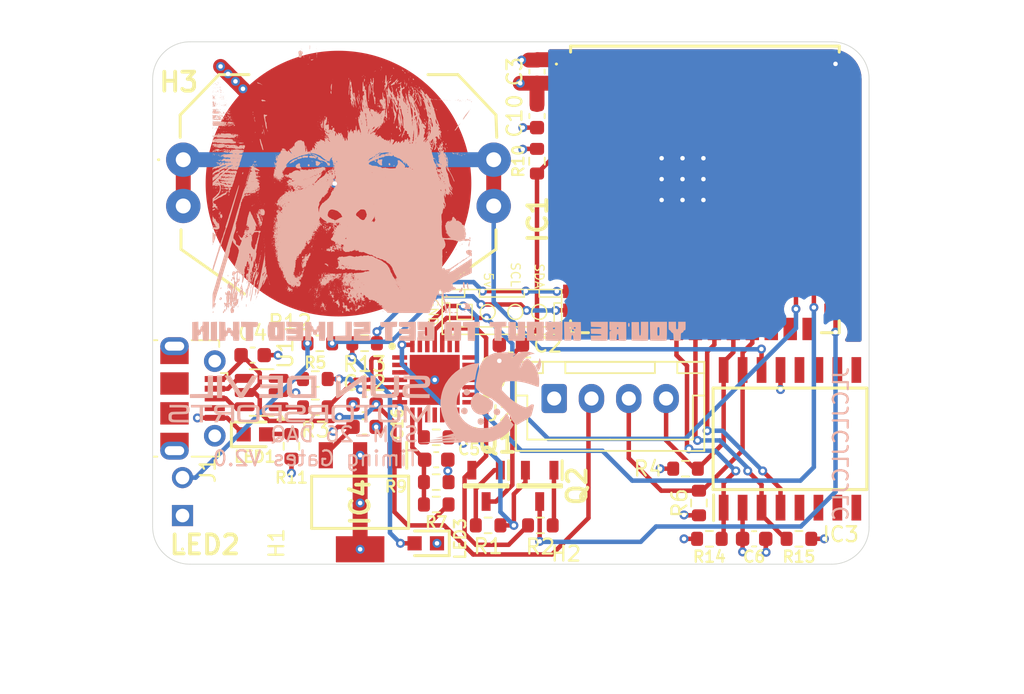
<source format=kicad_pcb>
(kicad_pcb (version 20241229) (generator "pcbnew") (generator_version "9.0")
  (layers (0 "F.Cu" signal) (4 "In1.Cu" signal) (6 "In2.Cu" signal) (2 "B.Cu" signal) (13 "F.Paste" user) (15 "B.Paste" user) (5 "F.SilkS" user "F.Silkscreen") (7 "B.SilkS" user "B.Silkscreen") (1 "F.Mask" user) (3 "B.Mask" user) (25 "Edge.Cuts" user))
  (net 0 "")
  (net 1 "VBUS")
  (net 2 "GND")
  (net 3 "+3.3V")
  (net 4 "/U0TXD")
  (net 5 "/32KHz")
  (net 6 "/U0RXD")
  (net 7 "/I2C1_SCL")
  (net 8 "/I2C1_SDA")
  (net 9 "/RST")
  (net 10 "/CHIP_PU")
  (net 11 "/INT")
  (net 12 "/PROG_D+")
  (net 13 "/PROG_D-")
  (net 14 "/RSTB")
  (net 24 "Net-(Q1-B)")
  (net 25 "/USB_D-")
  (net 26 "/USB_D+")
  (net 27 "Net-(Q2-B)")
  (net 28 "/BOOT")
  (net 29 "Net-(H3-+)")
  (net 30 "Net-(LED1-A)")
  (net 31 "Net-(LED2-A)")
  (net 32 "Net-(LED3-A)")
  (net 33 "/USER_LED1")
  (net 34 "/USER_LED2")
  (net 35 "Net-(IC2-VBUS)")
  (net 67 "Net-(IC2-RTS)")
  (net 73 "Net-(IC2-DTR)")
  (net 89 "Net-(R5-Pad2)")
  (net 90 "Net-(R3-Pad1)")
  (footprint "SDM_MiscFootprint:ESP32S3WROOM1UN8R8" (layer "F.Cu") (at 137 109.89)
    (property "Reference" "IC1")
    (property "Value" "ESP32-S3-WROOM-1U-N8R8" (hide yes))
  )
  (footprint "SDM_MiscFootprint:SSFLXH100LID01" (layer "F.Cu") (at 102 131.74 -90)
    (property "Reference" "LED2")
    (property "Value" "RED")
  )
  (footprint "Resistor_SMD:R_0603_1608Metric" (layer "F.Cu") (at 137.3 133.3 180)
    (property "Reference" "R14")
    (property "Value" "10k")
  )
  (footprint "SDM_MiscFootprint:LEDC1608X80N" (layer "F.Cu") (at 118.3 133.6 180)
    (property "Reference" "LED3")
    (property "Value" "150060GS75000" (hide yes))
  )
  (footprint "Resistor_SMD:R_0603_1608Metric" (layer "F.Cu") (at 125.75 108 -90)
    (property "Reference" "R10")
    (property "Value" "10k")
  )
  (footprint "Resistor_SMD:R_0603_1608Metric" (layer "F.Cu") (at 111.2 120.2 180)
    (property "Reference" "R12")
    (property "Value" "220")
  )
  (footprint "Capacitor_SMD:C_0603_1608Metric" (layer "F.Cu") (at 106.7 120.993839 180)
    (property "Reference" "C4")
    (property "Value" "1uF")
  )
  (footprint "Capacitor_SMD:C_0603_1608Metric" (layer "F.Cu") (at 114.2 125.8 180)
    (property "Reference" "C16")
    (property "Value" "10uF")
  )
  (footprint "Package_TO_SOT_SMD:SOT-23-6" (layer "F.Cu") (at 107.3 123.5 180)
    (property "Reference" "U1")
    (property "Value" "USBLC6-2SC6")
  )
  (footprint "Resistor_SMD:R_0603_1608Metric" (layer "F.Cu") (at 135.7 128.6 180)
    (property "Reference" "R4")
    (property "Value" "2.2k")
  )
  (footprint "Capacitor_SMD:C_0603_1608Metric" (layer "F.Cu") (at 119 128)
    (property "Reference" "C5")
    (property "Value" "1uF")
  )
  (footprint "Capacitor_SMD:C_0603_1608Metric" (layer "F.Cu") (at 125.75 104.975 -90)
    (property "Reference" "C10")
    (property "Value" "10uF")
  )
  (footprint "Resistor_SMD:R_0603_1608Metric" (layer "F.Cu") (at 119 131)
    (property "Reference" "R7")
    (property "Value" "22.1K")
  )
  (footprint "Connector_USB:USB_Micro-B_Molex-105017-0001" (layer "F.Cu") (at 102.7 123.893839 -90)
    (property "Reference" "J1")
    (property "Value" "ESP_USB")
  )
  (footprint "Resistor_SMD:R_0603_1608Metric" (layer "F.Cu") (at 110.9 124.493839)
    (property "Reference" "R3")
    (property "Value" "27")
  )
  (footprint "SDM_MiscFootprint:SOT230P700X180-4N" (layer "F.Cu") (at 113.9 130.85 -90)
    (property "Reference" "IC4")
    (property "Value" "MIC37100-3.3WS" (hide yes))
  )
  (footprint "Resistor_SMD:R_0603_1608Metric" (layer "F.Cu") (at 122.475 132.4)
    (property "Reference" "R1")
    (property "Value" "10k")
  )
  (footprint "Resistor_SMD:R_0603_1608Metric" (layer "F.Cu") (at 143.3 133.3 180)
    (property "Reference" "R15")
    (property "Value" "10k")
  )
  (footprint "SDM_MiscFootprint:SOT96P237X111-3N" (layer "F.Cu") (at 122.34 129.75 -90)
    (property "Reference" "Q1")
    (property "Value" "MMBT2222LT1G" (hide yes))
  )
  (footprint "Capacitor_SMD:C_0603_1608Metric" (layer "F.Cu") (at 114.2 124.3)
    (property "Reference" "C12")
    (property "Value" "10uF")
  )
  (footprint "Capacitor_SMD:C_0603_1608Metric" (layer "F.Cu") (at 125.75 102 90)
    (property "Reference" "C3")
    (property "Value" "100nF")
  )
  (footprint "Resistor_SMD:R_0603_1608Metric" (layer "F.Cu") (at 136.6 130.9 90)
    (property "Reference" "R6")
    (property "Value" "2.2k")
  )
  (footprint "MountingHole:MountingHole_3.2mm_M3" (layer "F.Cu") (at 106.4 131.5)
    (property "Reference" "H1")
    (property "Value" "M3")
  )
  (footprint "Resistor_SMD:R_0603_1608Metric" (layer "F.Cu") (at 119 129.5)
    (property "Reference" "R9")
    (property "Value" "47.5K")
  )
  (footprint "SDM_MiscFootprint:LEDC1608X80N" (layer "F.Cu") (at 106.85 126.3)
    (property "Reference" "LED1")
    (property "Value" "150060RS75000" (hide yes))
  )
  (footprint "Resistor_SMD:R_0603_1608Metric" (layer "F.Cu") (at 125.975 132.4 180)
    (property "Reference" "R2")
    (property "Value" "10k")
  )
  (footprint "Resistor_SMD:R_0603_1608Metric" (layer "F.Cu") (at 110.9 122.593839 180)
    (property "Reference" "R5")
    (property "Value" "27")
  )
  (footprint "SDM_MiscFootprint:SOIC127P1032X265-16L" (layer "F.Cu") (at 142.7 126.6 90)
    (property "Reference" "IC3")
    (property "Value" "DS3231SN#" (hide yes))
  )
  (footprint "Resistor_SMD:R_0603_1608Metric" (layer "F.Cu") (at 119 126.5)
    (property "Reference" "R8")
    (property "Value" "1k")
  )
  (footprint "Resistor_SMD:R_0603_1608Metric" (layer "F.Cu") (at 114.2 120.2 180)
    (property "Reference" "R13")
    (property "Value" "5.05")
  )
  (footprint "Connector_JST:JST_XH_B4B-XH-A_1x04_P2.50mm_Vertical" (layer "F.Cu") (at 126.9 123.9)
    (property "Reference" "J2")
    (property "Value" "Conn_01x04_Socket")
  )
  (footprint "Capacitor_SMD:C_0603_1608Metric" (layer "F.Cu") (at 140.3 133.3 180)
    (property "Reference" "C6")
    (property "Value" "1uF")
  )
  (footprint "SDM_MiscFootprint:SOT96P237X111-3N" (layer "F.Cu") (at 125.93 129.75 -90)
    (property "Reference" "Q2")
    (property "Value" "MMBT2222LT1G" (hide yes))
  )
  (footprint "Capacitor_SMD:C_0603_1608Metric" (layer "F.Cu") (at 124 120.3 180)
    (property "Reference" "C2")
    (property "Value" "1uF")
  )
  (footprint "SDM_MiscFootprint:QFN50P500X500X80-29N-D" (layer "F.Cu") (at 118.9 122.65)
    (property "Reference" "IC2")
    (property "Value" "CP2102N-A02-GQFN28" (hide yes))
  )
  (footprint "Resistor_SMD:R_0603_1608Metric" (layer "F.Cu") (at 109.3 127.1 90)
    (property "Reference" "R11")
    (property "Value" "68")
  )
  (footprint "SDM_MiscFootprint:BATHLD001THM" (layer "F.Cu") (at 102.05 107.9)
    (property "Reference" "H3")
    (property "Value" "BAT-HLD-001-THM" (hide yes))
  )
  (footprint "MountingHole:MountingHole_3.2mm_M3" (layer "F.Cu") (at 131.2 131.5)
    (property "Reference" "H2")
    (property "Value" "M3")
  )
  (footprint "LOGO" (layer "B.Cu") (at 119.2 119.4 180)
    (property "Reference" "G***" (hide yes))
    (property "Value" "LOGO" (hide yes))
  )
  (footprint "LOGO" (layer "B.Cu") (at 112.7 109.2 180)
    (property "Reference" "G***" (hide yes))
    (property "Value" "LOGO" (hide yes))
  )
  (footprint "LOGO" (layer "B.Cu") (at 113.5 123.8 180)
    (property "Reference" "G***" (hide yes))
    (property "Value" "LOGO" (hide yes))
  )
  (gr_circle (center 122.45 118.1) (end 122.45 118.6) (stroke (width 0.1)) (fill no) (layer "F.SilkS"))
  (gr_line (start 127.4 117.1) (end 125.9 117.1) (stroke (width 0.1)) (layer "F.SilkS"))
  (gr_line (start 119.9 119.1) (end 119.9 117.5) (stroke (width 0.1)) (layer "F.SilkS"))
  (gr_circle (center 124.3 118.1) (end 124.3 118.6) (stroke (width 0.1)) (fill no) (layer "F.SilkS"))
  (gr_line (start 126.9 117.5) (end 126.9 119.1) (stroke (width 0.1)) (layer "F.SilkS"))
  (gr_line (start 121.9 117.1) (end 124.9 117.1) (stroke (width 0.1)) (layer "F.SilkS"))
  (gr_line (start 124.9 116.6) (end 124.9 117.1) (stroke (width 0.1)) (layer "F.SilkS"))
  (gr_line (start 127.4 116.6) (end 127.4 119.6) (stroke (width 0.1)) (layer "F.SilkS"))
  (gr_line (start 119.4 117.1) (end 120.9 117.1) (stroke (width 0.1)) (layer "F.SilkS"))
  (gr_rect (start 120.4 117.6) (end 121.4 118.6) (stroke (width 0.1)) (fill no) (layer "F.SilkS"))
  (gr_line (start 120.9 117.1) (end 120.9 116.6) (stroke (width 0.1)) (layer "F.SilkS"))
  (gr_circle (center 125.9 118.1) (end 125.9 118.6) (stroke (width 0.1)) (fill no) (layer "F.SilkS"))
  (gr_line (start 120.4 119.1) (end 119.9 119.1) (stroke (width 0.1)) (layer "F.SilkS"))
  (gr_line (start 127.4 119.6) (end 119.4 119.6) (stroke (width 0.1)) (layer "F.SilkS"))
  (gr_line (start 125.9 117.1) (end 125.9 116.6) (stroke (width 0.1)) (layer "F.SilkS"))
  (gr_line (start 121.9 116.6) (end 121.9 117.1) (stroke (width 0.1)) (layer "F.SilkS"))
  (gr_line (start 126.9 119.1) (end 120.4 119.1) (stroke (width 0.1)) (layer "F.SilkS"))
  (gr_line (start 119.4 119.6) (end 119.4 116.6) (stroke (width 0.1)) (layer "F.SilkS"))
  (gr_line (start 127.4 117.5) (end 126.9 117.5) (stroke (width 0.1)) (layer "F.SilkS"))
  (gr_line (start 119.9 117.5) (end 119.4 117.5) (stroke (width 0.1)) (layer "F.SilkS"))
  (gr_line (start 119.4 116.6) (end 127.4 116.6) (stroke (width 0.1)) (layer "F.SilkS"))
  (gr_line (start 145.5 135) (end 102.5 135) (stroke (width 0.05)) (layer "Edge.Cuts"))
  (gr_arc (start 148 132.5) (mid 147.267767 134.267767) (end 145.5 135) (stroke (width 0.05)) (layer "Edge.Cuts"))
  (gr_line (start 100 132.5) (end 100 102.5) (stroke (width 0.05)) (layer "Edge.Cuts"))
  (gr_line (start 148 102.5) (end 148 132.5) (stroke (width 0.05)) (layer "Edge.Cuts"))
  (gr_arc (start 100 102.5) (mid 100.732233 100.732233) (end 102.5 100) (stroke (width 0.05)) (layer "Edge.Cuts"))
  (gr_line (start 102.5 100) (end 145.5 100) (stroke (width 0.05)) (layer "Edge.Cuts"))
  (gr_arc (start 145.5 100) (mid 147.267767 100.732233) (end 148 102.5) (stroke (width 0.05)) (layer "Edge.Cuts"))
  (gr_arc (start 102.5 135) (mid 100.732233 134.267767) (end 100 132.5) (stroke (width 0.05)) (layer "Edge.Cuts"))
  (gr_text "SCL" (at 124.3 115.6 270) (layer "F.SilkS") (effects (font (size 0.6 0.6) (thickness 0.08))))
  (gr_text "GND" (at 118.8 118.1 270) (layer "F.SilkS") (effects (font (size 0.6 0.6) (thickness 0.08))))
  (gr_text "5v" (at 122.5 115.4 270) (layer "F.SilkS") (effects (font (size 0.6 0.6) (thickness 0.08)) (justify left)))
  (gr_text "SDA" (at 125.9 114.8 270) (layer "F.SilkS") (effects (font (size 0.6 0.6) (thickness 0.08)) (justify left)))
  (gr_text "SDM-26 DAQ\nTiming Gates V2.0" (at 117.9 128.5 0) (layer "B.SilkS") (effects (font (size 1 1)) (justify left bottom mirror)))
  (gr_text "JLCJLCJLCJLC" (at 146.7 121.7 90) (layer "B.SilkS") (effects (font (size 1 1)) (justify left bottom mirror)))
  (segment (start 106.824999 123.5) (end 107.176 123.851001) (width 0.3) (layer "F.Cu") (net 1))
  (segment (start 107.176 122.911678) (end 107.176 122.188322) (width 0.3) (layer "F.Cu") (net 1))
  (segment (start 105.925 121.412322) (end 104.743483 122.593839) (width 0.3) (layer "F.Cu") (net 1))
  (segment (start 105.981517 120.993839) (end 105.925 120.993839) (width 0.3) (layer "F.Cu") (net 1))
  (segment (start 114.975 124.3) (end 116.2 125.525) (width 0.3) (layer "F.Cu") (net 1))
  (segment (start 107.176 124.811678) (end 107.764322 125.4) (width 0.3) (layer "F.Cu") (net 1))
  (segment (start 118.425 132.4) (end 117.1 132.4) (width 0.3) (layer "F.Cu") (net 1))
  (segment (start 121.4745 134.349) (end 126.751 134.349) (width 0.3) (layer "F.Cu") (net 1))
  (segment (start 107.176 122.188322) (end 105.981517 120.993839) (width 0.3) (layer "F.Cu") (net 1))
  (segment (start 111.7 125.4) (end 112.091479 125.4) (width 0.3) (layer "F.Cu") (net 1))
  (segment (start 105.925 121.093839) (end 105.987678 121.093839) (width 0.3) (layer "F.Cu") (net 1))
  (segment (start 112.341478 125.150001) (end 112.5122 125.150001) (width 0.3) (layer "F.Cu") (net 1))
  (segment (start 106.1625 123.5) (end 106.587678 123.5) (width 0.3) (layer "F.Cu") (net 1))
  (segment (start 104.743483 122.593839) (end 104.1625 122.593839) (width 0.3) (layer "F.Cu") (net 1))
  (segment (start 119.5255 132.4) (end 121.4745 134.349) (width 0.3) (layer "F.Cu") (net 1))
  (segment (start 107.176 123.851001) (end 107.176 124.811678) (width 0.3) (layer "F.Cu") (net 1))
  (segment (start 112.091479 125.4) (end 112.341478 125.150001) (width 0.3) (layer "F.Cu") (net 1))
  (segment (start 105.925 121.093839) (end 105.925 121.306339) (width 0.3) (layer "F.Cu") (net 1))
  (segment (start 129.199 131.901) (end 129.199 124.101) (width 0.3) (layer "F.Cu") (net 1))
  (segment (start 116.2 127.7) (end 116.2 131.5) (width 0.3) (layer "F.Cu") (net 1))
  (segment (start 129.199 124.101) (end 129.4 123.9) (width 0.3) (layer "F.Cu") (net 1))
  (segment (start 118.425 132.4) (end 119.5255 132.4) (width 0.3) (layer "F.Cu") (net 1))
  (segment (start 106.1625 123.5) (end 106.824999 123.5) (width 0.3) (layer "F.Cu") (net 1))
  (segment (start 105.925 120.993839) (end 105.925 121.412322) (width 0.3) (layer "F.Cu") (net 1))
  (segment (start 119.825 131) (end 118.425 132.4) (width 0.3) (layer "F.Cu") (net 1))
  (segment (start 126.751 134.349) (end 129.199 131.901) (width 0.3) (layer "F.Cu") (net 1))
  (segment (start 106.587678 123.5) (end 107.176 122.911678) (width 0.3) (layer "F.Cu") (net 1))
  (segment (start 107.764322 125.4) (end 111.7 125.4) (width 0.3) (layer "F.Cu") (net 1))
  (segment (start 116.2 131.5) (end 117.1 132.4) (width 0.3) (layer "F.Cu") (net 1))
  (segment (start 116.2 125.525) (end 116.2 127.7) (width 0.3) (layer "F.Cu") (net 1))
  (via (at 112.5122 125.150001) (size 0.6) (drill 0.3) (layers "F.Cu" "B.Cu") (net 1))
  (via (at 114.975 124.3) (size 0.6) (drill 0.3) (layers "F.Cu" "B.Cu") (net 1))
  (segment (start 114.124999 125.150001) (end 114.975 124.3) (width 0.3) (layer "B.Cu") (net 1))
  (segment (start 112.5122 125.150001) (end 114.124999 125.150001) (width 0.3) (layer "B.Cu") (net 1))
  (segment (start 119.24687 133.79687) (end 119.05 133.6) (width 0.3) (layer "F.Cu") (net 2))
  (segment (start 125.75 105.75) (end 124.8 105.75) (width 0.3) (layer "F.Cu") (net 2))
  (segment (start 134.1 109.2) (end 134.1 107.8) (width 1) (layer "F.Cu") (net 2))
  (segment (start 106.05 103.15) (end 105.55 102.65) (width 1) (layer "F.Cu") (net 2))
  (segment (start 125.75 101.225) (end 125.2 101.225) (width 1) (layer "F.Cu") (net 2))
  (segment (start 125.775 101.2) (end 127.97 101.2) (width 1) (layer "F.Cu") (net 2))
  (segment (start 134.1 109.2) (end 135.5 109.2) (width 1) (layer "F.Cu") (net 2))
  (segment (start 134.1 107.8) (end 135.5 107.8) (width 1) (layer "F.Cu") (net 2))
  (segment (start 105.55 102.65) (end 105.05 102.15) (width 1) (layer "F.Cu") (net 2))
  (segment (start 127.97 101.2) (end 128.25 101.48) (width 1) (layer "F.Cu") (net 2))
  (segment (start 116.55 122.15) (end 118.4 122.15) (width 0.3) (layer "F.Cu") (net 2))
  (segment (start 108.4375 123.5) (end 109.579668 123.5) (width 0.3) (layer "F.Cu") (net 2))
  (segment (start 104.1625 125.193839) (end 104.993839 125.193839) (width 0.3) (layer "F.Cu") (net 2))
  (segment (start 141.075 133.3) (end 141.075 134.175) (width 0.3) (layer "F.Cu") (net 2))
  (segment (start 136.9 110.6) (end 135.5 110.6) (width 1) (layer "F.Cu") (net 2))
  (segment (start 106.05 103.15) (end 112.4 109.5) (width 1) (layer "F.Cu") (net 2))
  (segment (start 141.075 133.775) (end 141.1 133.8) (width 0.3) (layer "F.Cu") (net 2))
  (segment (start 135.5 107.8) (end 136.9 107.8) (width 1) (layer "F.Cu") (net 2))
  (segment (start 104.993839 125.193839) (end 106.1 126.3) (width 0.3) (layer "F.Cu") (net 2))
  (segment (start 104.1625 125.193839) (end 103.006161 125.193839) (width 0.3) (layer "F.Cu") (net 2))
  (segment (start 103.006161 125.193839) (end 103 125.2) (width 0.3) (layer "F.Cu") (net 2))
  (segment (start 104.55 101.65) (end 105.05 102.15) (width 1) (layer "F.Cu") (net 2))
  (segment (start 109.579668 123.5) (end 109.59374 123.514072) (width 0.3) (layer "F.Cu") (net 2))
  (segment (start 118.4 122.15) (end 118.9 122.65) (width 0.3) (layer "F.Cu") (net 2))
  (segment (start 135.5 109.2) (end 135.5 110.6) (width 1) (layer "F.Cu") (net 2))
  (segment (start 107.475 120.993839) (end 108.393839 120.993839) (width 0.3) (layer "F.Cu") (net 2))
  (segment (start 135.5 109.2) (end 135.5 107.8) (width 1) (layer "F.Cu") (net 2))
  (segment (start 119.775 128.7) (end 119.775 129.45) (width 0.3) (layer "F.Cu") (net 2))
  (segment (start 112.4 109.5) (end 112.45 109.5) (width 1) (layer "F.Cu") (net 2))
  (segment (start 113.9 127.7) (end 113.9 130.9) (width 1) (layer "F.Cu") (net 2))
  (segment (start 136.9 107.8) (end 136.9 109.2) (width 1) (layer "F.Cu") (net 2))
  (segment (start 125.75 101.225) (end 125.775 101.2) (width 1) (layer "F.Cu") (net 2))
  (segment (start 113.9 130.9) (end 113.9 134) (width 1) (layer "F.Cu") (net 2))
  (segment (start 123.225 120.3) (end 123.225 121.375) (width 0.3) (layer "F.Cu") (net 2))
  (segment (start 136.9 109.2) (end 136.9 110.6) (width 1) (layer "F.Cu") (net 2))
  (segment (start 135.5 110.6) (end 134.1 110.6) (width 1) (layer "F.Cu") (net 2))
  (segment (start 108.393839 120.993839) (end 108.4 121) (width 0.3) (layer "F.Cu") (net 2))
  (segment (start 119.775 129.45) (end 119.825 129.5) (width 0.3) (layer "F.Cu") (net 2))
  (segment (start 119.775 128) (end 119.775 128.7) (width 0.3) (layer "F.Cu") (net 2))
  (segment (start 134.1 110.6) (end 134.1 109.2) (width 1) (layer "F.Cu") (net 2))
  (segment (start 142.065 121.988) (end 142.065 123.3) (width 0.3) (layer "F.Cu") (net 2))
  (segment (start 135.5 109.2) (end 136.9 109.2) (width 1) (layer "F.Cu") (net 2))
  (via (at 113.9 130.9) (size 0.6) (drill 0.3) (layers "F.Cu" "B.Cu") (net 2))
  (via (at 106.05 103.15) (size 0.6) (drill 0.3) (layers "F.Cu" "B.Cu") (net 2))
  (via (at 119.05 133.6) (size 0.6) (drill 0.3) (layers "F.Cu" "B.Cu") (net 2))
  (via (at 134.1 109.2) (size 0.6) (drill 0.3) (layers "F.Cu" "B.Cu") (net 2))
  (via (at 112.2 109.5) (size 0.6) (drill 0.3) (layers "F.Cu" "B.Cu") (net 2))
  (via (at 145.75 101.48) (size 0.6) (drill 0.3) (layers "F.Cu" "B.Cu") (net 2))
  (via (at 103 125.2) (size 0.6) (drill 0.3) (layers "F.Cu" "B.Cu") (net 2))
  (via (at 113.9 127.7) (size 0.6) (drill 0.3) (layers "F.Cu" "B.Cu") (net 2))
  (via (at 134.1 110.6) (size 0.6) (drill 0.3) (layers "F.Cu" "B.Cu") (net 2))
  (via (at 135.5 110.6) (size 0.6) (drill 0.3) (layers "F.Cu" "B.Cu") (net 2))
  (via (at 134.1 107.8) (size 0.6) (drill 0.3) (layers "F.Cu" "B.Cu") (net 2))
  (via (at 142.065 123.3) (size 0.6) (drill 0.3) (layers "F.Cu" "B.Cu") (net 2))
  (via (at 119.775 128.75) (size 0.6) (drill 0.3) (layers "F.Cu" "B.Cu") (net 2))
  (via (at 136.9 109.2) (size 0.6) (drill 0.3) (layers "F.Cu" "B.Cu") (net 2))
  (via (at 105.05 102.15) (size 0.6) (drill 0.3) (layers "F.Cu" "B.Cu") (net 2))
  (via (at 135.5 109.2) (size 0.6) (drill 0.3) (layers "F.Cu" "B.Cu") (net 2))
  (via (at 108.4 121) (size 0.6) (drill 0.3) (layers "F.Cu" "B.Cu") (net 2))
  (via (at 105.55 102.65) (size 0.6) (drill 0.3) (layers "F.Cu" "B.Cu") (net 2))
  (via (at 135.5 107.8) (size 0.6) (drill 0.3) (layers "F.Cu" "B.Cu") (net 2))
  (via (at 124.8 105.75) (size 0.6) (drill 0.3) (layers "F.Cu" "B.Cu") (net 2))
  (via (at 114.975 125.8) (size 0.6) (drill 0.3) (layers "F.Cu" "B.Cu") (net 2))
  (via (at 104.55 101.65) (size 0.6) (drill 0.3) (layers "F.Cu" "B.Cu") (net 2))
  (via (at 123.225 121.375) (size 0.6) (drill 0.3) (layers "F.Cu" "B.Cu") (net 2))
  (via (at 113.425 124.3) (size 0.6) (drill 0.3) (layers "F.Cu" "B.Cu") (net 2))
  (via (at 136.9 110.6) (size 0.6) (drill 0.3) (layers "F.Cu" "B.Cu") (net 2))
  (via (at 136.9 107.8) (size 0.6) (drill 0.3) (layers "F.Cu" "B.Cu") (net 2))
  (via (at 113.9 134) (size 0.6) (drill 0.3) (layers "F.Cu" "B.Cu") (net 2))
  (via (at 118.9 122.65) (size 0.6) (drill 0.3) (layers "F.Cu" "B.Cu") (net 2))
  (via (at 124.725 101.225) (size 0.6) (drill 0.3) (layers "F.Cu" "B.Cu") (net 2))
  (via (at 109.59374 123.514072) (size 0.6) (drill 0.3) (layers "F.Cu" "B.Cu") (net 2))
  (via (at 141.1 134.2) (size 0.6) (drill 0.3) (layers "F.Cu" "B.Cu") (net 2))
  (segment (start 116.55 124.15) (end 116.55 123.65) (width 0.3) (layer "F.Cu") (net 3))
  (segment (start 125.75 102.775) (end 124.625 102.775) (width 1) (layer "F.Cu") (net 3))
  (segment (start 136.475 133.3) (end 135.6 133.3) (width 0.3) (layer "F.Cu") (net 3))
  (segment (start 111.6 127.625) (end 113.425 125.8) (width 0.3) (layer "F.Cu") (net 3))
  (segment (start 139.525 133.3) (end 139.525 134.175) (width 0.3) (layer "F.Cu") (net 3))
  (segment (start 136.6 131.725) (end 135.625 131.725) (width 0.3) (layer "F.Cu") (net 3))
  (segment (start 144.125 133.3) (end 145 133.3) (width 0.3) (layer "F.Cu") (net 3))
  (segment (start 125.75 107.175) (end 124.825 107.175) (width 0.3) (layer "F.Cu") (net 3))
  (segment (start 109.3 127.925) (end 109.3 128.9) (width 0.3) (layer "F.Cu") (net 3))
  (segment (start 139.525 131.212) (end 139.525 132.9) (width 0.3) (layer "F.Cu") (net 3))
  (segment (start 116.55 124.15) (end 116.55 124.55) (width 0.3) (layer "F.Cu") (net 3))
  (segment (start 112.4 125.8) (end 112.1 126.1) (width 0.3) (layer "F.Cu") (net 3))
  (segment (start 134.875 128.6) (end 134 128.6) (width 0.3) (layer "F.Cu") (net 3))
  (segment (start 124.825 107.175) (end 124.8 107.2) (width 0.3) (layer "F.Cu") (net 3))
  (segment (start 120.4 126.5) (end 120.8 126.9) (width 0.3) (layer "F.Cu") (net 3))
  (segment (start 113.425 125.8) (end 112.4 125.8) (width 0.3) (layer "F.Cu") (net 3))
  (segment (start 119.825 126.5) (end 120.4 126.5) (width 0.3) (layer "F.Cu") (net 3))
  (segment (start 111.6 127.7) (end 111.6 127.625) (width 0.3) (layer "F.Cu") (net 3))
  (segment (start 125.75 102.775) (end 125.75 104.2) (width 1) (layer "F.Cu") (net 3))
  (segment (start 125.75 102.775) (end 128.225 102.775) (width 1) (layer "F.Cu") (net 3))
  (segment (start 135.625 131.725) (end 135.6 131.7) (width 0.3) (layer "F.Cu") (net 3))
  (segment (start 128.225 102.775) (end 128.25 102.75) (width 1) (layer "F.Cu") (net 3))
  (via (at 134 128.6) (size 0.6) (drill 0.3) (layers "F.Cu" "B.Cu") (net 3))
  (via (at 139.525 134.175) (size 0.6) (drill 0.3) (layers "F.Cu" "B.Cu") (net 3))
  (via (at 145 133.3) (size 0.6) (drill 0.3) (layers "F.Cu" "B.Cu") (net 3))
  (via (at 135.6 133.3) (size 0.6) (drill 0.3) (layers "F.Cu" "B.Cu") (net 3))
  (via (at 120.8 126.9) (size 0.6) (drill 0.3) (layers "F.Cu" "B.Cu") (net 3))
  (via (at 124.8 107.2) (size 0.6) (drill 0.3) (layers "F.Cu" "B.Cu") (net 3))
  (via (at 135.6 131.7) (size 0.6) (drill 0.3) (layers "F.Cu" "B.Cu") (net 3))
  (via (at 109.3 128.9) (size 0.6) (drill 0.3) (layers "F.Cu" "B.Cu") (net 3))
  (via (at 112.1 126.1) (size 0.6) (drill 0.3) (layers "F.Cu" "B.Cu") (net 3))
  (via (at 124.625 102.775) (size 0.6) (drill 0.3) (layers "F.Cu" "B.Cu") (net 3))
  (via (at 116.55 124.55) (size 0.6) (drill 0.3) (layers "F.Cu" "B.Cu") (net 3))
  (segment (start 143.1 106.89) (end 144.7 105.29) (width 0.3) (layer "F.Cu") (net 4))
  (segment (start 143.1 117.9) (end 143.1 106.89) (width 0.3) (layer "F.Cu") (net 4))
  (segment (start 118.9 120.3) (end 118.9 119.3) (width 0.3) (layer "F.Cu") (net 4))
  (segment (start 144.7 105.29) (end 145.75 105.29) (width 0.3) (layer "F.Cu") (net 4))
  (segment (start 119.7 118.5) (end 122.37 118.5) (width 0.3) (layer "F.Cu") (net 4))
  (segment (start 118.9 119.3) (end 119.7 118.5) (width 0.3) (layer "F.Cu") (net 4))
  (via (at 143.1 117.9) (size 0.6) (drill 0.3) (layers "F.Cu" "B.Cu") (net 4))
  (via (at 122.37 118.5) (size 0.6) (drill 0.3) (layers "F.Cu" "B.Cu") (net 4))
  (segment (start 124.1 120.23) (end 122.37 118.5) (width 0.3) (layer "B.Cu") (net 4))
  (segment (start 143.1 117.9) (end 143.1 119.189998) (width 0.3) (layer "B.Cu") (net 4))
  (segment (start 124.1 124.2) (end 124.1 120.23) (width 0.3) (layer "B.Cu") (net 4))
  (segment (start 143.1 119.189998) (end 135.689998 126.6) (width 0.3) (layer "B.Cu") (net 4))
  (segment (start 126.5 126.6) (end 124.1 124.2) (width 0.3) (layer "B.Cu") (net 4))
  (segment (start 135.689998 126.6) (end 126.5 126.6) (width 0.3) (layer "B.Cu") (net 4))
  (segment (start 138.255 129.564238) (end 139.069238 128.75) (width 0.3) (layer "F.Cu") (net 5))
  (segment (start 138.255 131.212) (end 138.255 133.17) (width 0.3) (layer "F.Cu") (net 5))
  (segment (start 138.255 133.17) (end 138.125 133.3) (width 0.3) (layer "F.Cu") (net 5))
  (segment (start 135.095 120.995) (end 135.095 119.24) (width 0.3) (layer "F.Cu") (net 5))
  (segment (start 135.930859 127.230859) (end 135.8 127.1) (width 0.3) (layer "F.Cu") (net 5))
  (segment (start 135.8 127.1) (end 135.8 121.7) (width 0.3) (layer "F.Cu") (net 5))
  (segment (start 135.8 121.7) (end 135.095 120.995) (width 0.3) (layer "F.Cu") (net 5))
  (segment (start 138.255 131.212) (end 138.255 129.564238) (width 0.3) (layer "F.Cu") (net 5))
  (segment (start 135.930859 127.268821) (end 135.930859 127.230859) (width 0.3) (layer "F.Cu") (net 5))
  (via (at 135.930859 127.268821) (size 0.6) (drill 0.3) (layers "F.Cu" "B.Cu") (net 5))
  (via (at 139.069238 128.75) (size 0.6) (drill 0.3) (layers "F.Cu" "B.Cu") (net 5))
  (segment (start 136.062038 127.4) (end 137.7 127.4) (width 0.3) (layer "B.Cu") (net 5))
  (segment (start 135.930859 127.268821) (end 136.062038 127.4) (width 0.3) (layer "B.Cu") (net 5))
  (segment (start 137.7 127.4) (end 139.05 128.75) (width 0.3) (layer "B.Cu") (net 5))
  (segment (start 139.05 128.75) (end 139.069238 128.75) (width 0.3) (layer "B.Cu") (net 5))
  (segment (start 119.700003 117.699997) (end 118.4 119) (width 0.3) (layer "F.Cu") (net 6))
  (segment (start 145.118 106.56) (end 145.75 106.56) (width 0.3) (layer "F.Cu") (net 6))
  (segment (start 144.3 117.8) (end 144.3 107.378) (width 0.3) (layer "F.Cu") (net 6))
  (segment (start 120.8 117.699997) (end 119.700003 117.699997) (width 0.3) (layer "F.Cu") (net 6))
  (segment (start 118.4 119) (end 118.4 120.3) (width 0.3) (layer "F.Cu") (net 6))
  (segment (start 144.3 107.378) (end 145.118 106.56) (width 0.3) (layer "F.Cu") (net 6))
  (via (at 144.3 117.8) (size 0.6) (drill 0.3) (layers "F.Cu" "B.Cu") (net 6))
  (via (at 120.8 117.699997) (size 0.6) (drill 0.3) (layers "F.Cu" "B.Cu") (net 6))
  (segment (start 124.7 127.4) (end 130.129841 127.4) (width 0.3) (layer "B.Cu") (net 6))
  (segment (start 120.8 117.699997) (end 120.999997 117.699997) (width 0.3) (layer "B.Cu") (net 6))
  (segment (start 121.719 118.419) (end 121.719 124.419) (width 0.3) (layer "B.Cu") (net 6))
  (segment (start 121.719 124.419) (end 124.7 127.4) (width 0.3) (layer "B.Cu") (net 6))
  (segment (start 132.129841 129.4) (end 143.4 129.4) (width 0.3) (layer "B.Cu") (net 6))
  (segment (start 144.3 128.5) (end 144.3 117.8) (width 0.3) (layer "B.Cu") (net 6))
  (segment (start 130.129841 127.4) (end 132.129841 129.4) (width 0.3) (layer "B.Cu") (net 6))
  (segment (start 120.999997 117.699997) (end 121.719 118.419) (width 0.3) (layer "B.Cu") (net 6))
  (segment (start 143.4 129.4) (end 144.3 128.5) (width 0.3) (layer "B.Cu") (net 6))
  (segment (start 139.525 121.988) (end 139.525 120.8255) (width 0.3) (layer "F.Cu") (net 7))
  (segment (start 139.525 120.8255) (end 140.175 120.1755) (width 0.3) (layer "F.Cu") (net 7))
  (segment (start 136.825 130.075) (end 139.525 127.375) (width 0.3) (layer "F.Cu") (net 7))
  (segment (start 131.9 123.9) (end 131.9 127.9) (width 0.3) (layer "F.Cu") (net 7))
  (segment (start 134.075 130.075) (end 136.6 130.075) (width 0.3) (layer "F.Cu") (net 7))
  (segment (start 131.9 127.9) (end 134.075 130.075) (width 0.3) (layer "F.Cu") (net 7))
  (segment (start 140.175 120.1755) (end 140.175 119.24) (width 0.3) (layer "F.Cu") (net 7))
  (segment (start 136.6 130.075) (end 136.825 130.075) (width 0.3) (layer "F.Cu") (net 7))
  (segment (start 139.525 127.375) (end 139.525 121.988) (width 0.3) (layer "F.Cu") (net 7))
  (segment (start 138.905 120.8005) (end 138.905 119.24) (width 0.3) (layer "F.Cu") (net 8))
  (segment (start 136.3 128.6) (end 134.4 126.7) (width 0.3) (layer "F.Cu") (net 8))
  (segment (start 136.525 128.6) (end 138.255 126.87) (width 0.3) (layer "F.Cu") (net 8))
  (segment (start 138.255 121.4505) (end 138.905 120.8005) (width 0.3) (layer "F.Cu") (net 8))
  (segment (start 138.255 121.988) (end 138.255 121.4505) (width 0.3) (layer "F.Cu") (net 8))
  (segment (start 138.255 121.988) (end 138.255 126.87) (width 0.3) (layer "F.Cu") (net 8))
  (segment (start 136.625 128.6) (end 136.3 128.6) (width 0.3) (layer "F.Cu") (net 8))
  (segment (start 134.4 126.7) (end 134.4 123.9) (width 0.3) (layer "F.Cu") (net 8))
  (segment (start 142.065 131.212) (end 142.065 129.945759) (width 0.3) (layer "F.Cu") (net 9))
  (segment (start 142.065 129.945759) (end 140.869241 128.75) (width 0.3) (layer "F.Cu") (net 9))
  (segment (start 137.151303 126.057934) (end 137.151303 120.773697) (width 0.3) (layer "F.Cu") (net 9))
  (segment (start 137.635 120.29) (end 137.635 119.24) (width 0.3) (layer "F.Cu") (net 9))
  (segment (start 137.151303 120.773697) (end 137.635 120.29) (width 0.3) (layer "F.Cu") (net 9))
  (via (at 140.869241 128.75) (size 0.6) (drill 0.3) (layers "F.Cu" "B.Cu") (net 9))
  (via (at 137.151303 126.057934) (size 0.6) (drill 0.3) (layers "F.Cu" "B.Cu") (net 9))
  (segment (start 138.177175 126.057934) (end 137.151303 126.057934) (width 0.3) (layer "B.Cu") (net 9))
  (segment (start 140.869241 128.75) (end 138.177175 126.057934) (width 0.3) (layer "B.Cu") (net 9))
  (segment (start 123 130.8) (end 123.699 130.101) (width 0.3) (layer "F.Cu") (net 10))
  (segment (start 124.1 129.69148) (end 124.1 120.975) (width 0.3) (layer "F.Cu") (net 10))
  (segment (start 124.1 120.975) (end 124.775 120.3) (width 0.3) (layer "F.Cu") (net 10))
  (segment (start 122.34 130.8) (end 122.401 130.861) (width 0.3) (layer "F.Cu") (net 10))
  (segment (start 123.699 130.101) (end 123.699 130.092479) (width 0.3) (layer "F.Cu") (net 10))
  (segment (start 125.75 119.325) (end 125.75 108.825) (width 0.3) (layer "F.Cu") (net 10))
  (segment (start 123.699 130.092479) (end 124.1 129.69148) (width 0.3) (layer "F.Cu") (net 10))
  (segment (start 126.9 104.32) (end 126.9 107.675) (width 0.3) (layer "F.Cu") (net 10))
  (segment (start 124.775 120.3) (end 125.75 119.325) (width 0.3) (layer "F.Cu") (net 10))
  (segment (start 128.25 104.02) (end 127.2 104.02) (width 0.3) (layer "F.Cu") (net 10))
  (segment (start 127.2 104.02) (end 126.9 104.32) (width 0.3) (layer "F.Cu") (net 10))
  (segment (start 126.9 107.675) (end 125.75 108.825) (width 0.3) (layer "F.Cu") (net 10))
  (segment (start 122.34 130.8) (end 123 130.8) (width 0.3) (layer "F.Cu") (net 10))
  (segment (start 136.365 126.571628) (end 136.365 119.24) (width 0.3) (layer "F.Cu") (net 11))
  (segment (start 142.475 133.3) (end 142.4 133.3) (width 0.3) (layer "F.Cu") (net 11))
  (segment (start 142.4 133.3) (end 140.795 131.695) (width 0.3) (layer "F.Cu") (net 11))
  (segment (start 136.501305 126.707933) (end 136.365 126.571628) (width 0.3) (layer "F.Cu") (net 11))
  (segment (start 140.795 131.212) (end 140.795 131.8315) (width 0.3) (layer "F.Cu") (net 11))
  (segment (start 140.795 131.695) (end 140.795 131.212) (width 0.3) (layer "F.Cu") (net 11))
  (segment (start 140.795 131.212) (end 140.795 129.675759) (width 0.3) (layer "F.Cu") (net 11))
  (segment (start 140.795 129.675759) (end 139.869241 128.75) (width 0.3) (layer "F.Cu") (net 11))
  (via (at 136.501305 126.707933) (size 0.6) (drill 0.3) (layers "F.Cu" "B.Cu") (net 11))
  (via (at 139.869241 128.75) (size 0.6) (drill 0.3) (layers "F.Cu" "B.Cu") (net 11))
  (segment (start 139.869241 128.75) (end 139.869241 128.569241) (width 0.3) (layer "B.Cu") (net 11))
  (segment (start 139.869241 128.569241) (end 138.007933 126.707933) (width 0.3) (layer "B.Cu") (net 11))
  (segment (start 138.007933 126.707933) (end 136.501305 126.707933) (width 0.3) (layer "B.Cu") (net 11))
  (segment (start 112.647034 123.571805) (end 111.725 124.493839) (width 0.3) (layer "F.Cu") (net 12))
  (segment (start 112.649599 123.569238) (end 112.647034 123.571805) (width 0.3) (layer "F.Cu") (net 12))
  (segment (start 113.568839 122.65) (end 112.649599 123.569238) (width 0.3) (layer "F.Cu") (net 12))
  (segment (start 114.410912 122.65) (end 114.290912 122.65) (width 0.3) (layer "F.Cu") (net 12))
  (segment (start 115.250912 122.41) (end 115.250912 121.39) (width 0.3) (layer "F.Cu") (net 12))
  (segment (start 115.010912 121.15) (end 114.890912 121.15) (width 0.3) (layer "F.Cu") (net 12))
  (segment (start 116.55 122.65) (end 115.490912 122.65) (width 0.3) (layer "F.Cu") (net 12))
  (segment (start 114.650912 121.39) (end 114.650912 122.41) (width 0.3) (layer "F.Cu") (net 12))
  (segment (start 114.290912 122.65) (end 113.568839 122.65) (width 0.3) (layer "F.Cu") (net 12))
  (arc (start 114.890912 121.15) (mid 114.721206 121.220294) (end 114.650912 121.39) (width 0.3) (layer "F.Cu") (net 12))
  (arc (start 115.490912 122.65) (mid 115.321206 122.579706) (end 115.250912 122.41) (width 0.3) (layer "F.Cu") (net 12))
  (arc (start 114.650912 122.41) (mid 114.580618 122.579706) (end 114.410912 122.65) (width 0.3) (layer "F.Cu") (net 12))
  (arc (start 115.250912 121.39) (mid 115.180618 121.220294) (end 115.010912 121.15) (width 0.3) (layer "F.Cu") (net 12))
  (segment (start 111.725 122.593839) (end 112.493839 122.593839) (width 0.3) (layer "F.Cu") (net 13))
  (segment (start 112.493839 122.593839) (end 112.5 122.6) (width 0.3) (layer "F.Cu") (net 13))
  (segment (start 116.55 123.15) (end 114.069039 123.15) (width 0.3) (layer "F.Cu") (net 13))
  (segment (start 114.069039 123.15) (end 113.919039 123.3) (width 0.3) (layer "F.Cu") (net 13))
  (via (at 112.5 122.6) (size 0.6) (drill 0.3) (layers "F.Cu" "B.Cu") (net 13))
  (via (at 113.919039 123.3) (size 0.6) (drill 0.3) (layers "F.Cu" "B.Cu") (net 13))
  (segment (start 113.219039 122.6) (end 113.919039 123.3) (width 0.3) (layer "B.Cu") (net 13))
  (segment (start 112.5 122.6) (end 113.219039 122.6) (width 0.3) (layer "B.Cu") (net 13))
  (segment (start 117.9 126.225) (end 118.175 126.5) (width 0.3) (layer "F.Cu") (net 14))
  (segment (start 117.9 125) (end 117.9 126.225) (width 0.3) (layer "F.Cu") (net 14))
  (segment (start 123.295 128.7) (end 122.9 128.7) (width 0.3) (layer "F.Cu") (net 24))
  (segment (start 122.9 128.7) (end 121.65 129.95) (width 0.3) (layer "F.Cu") (net 24))
  (segment (start 121.65 129.95) (end 121.65 132.4) (width 0.3) (layer "F.Cu") (net 24))
  (segment (start 105.043483 123.243839) (end 105.737322 122.55) (width 0.3) (layer "F.Cu") (net 25))
  (segment (start 105.737322 122.65) (end 106.1625 122.65) (width 0.3) (layer "F.Cu") (net 25))
  (segment (start 104.1625 123.243839) (end 105.043483 123.243839) (width 0.3) (layer "F.Cu") (net 25))
  (segment (start 105.737322 122.55) (end 106.1625 122.55) (width 0.3) (layer "F.Cu") (net 25))
  (segment (start 104.893839 123.893839) (end 105.45 124.45) (width 0.3) (layer "F.Cu") (net 26))
  (segment (start 105.45 124.45) (end 106.1625 124.45) (width 0.3) (layer "F.Cu") (net 26))
  (segment (start 104.1625 123.893839) (end 104.893839 123.893839) (width 0.3) (layer "F.Cu") (net 26))
  (segment (start 126.885 128.7) (end 126.885 132.315) (width 0.3) (layer "F.Cu") (net 27))
  (segment (start 126.885 132.315) (end 126.8 132.4) (width 0.3) (layer "F.Cu") (net 27))
  (segment (start 145.75 117.99) (end 145.75 119.45) (width 0.3) (layer "F.Cu") (net 28))
  (segment (start 125.93 130.8) (end 125.93 133.47) (width 0.3) (layer "F.Cu") (net 28))
  (via (at 125.93 133.47) (size 0.6) (drill 0.3) (layers "F.Cu" "B.Cu") (net 28))
  (via (at 145.75 119.45) (size 0.6) (drill 0.3) (layers "F.Cu" "B.Cu") (net 28))
  (segment (start 145.75 119.45) (end 145.75 130.15) (width 0.3) (layer "B.Cu") (net 28))
  (segment (start 125.961 133.501) (end 125.93 133.47) (width 0.3) (layer "B.Cu") (net 28))
  (segment (start 145.75 130.15) (end 143.426 132.474) (width 0.3) (layer "B.Cu") (net 28))
  (segment (start 133.726 132.474) (end 132.699 133.501) (width 0.3) (layer "B.Cu") (net 28))
  (segment (start 132.699 133.501) (end 125.961 133.501) (width 0.3) (layer "B.Cu") (net 28))
  (segment (start 143.426 132.474) (end 133.726 132.474) (width 0.3) (layer "B.Cu") (net 28))
  (segment (start 140.795 121.988) (end 140.795 120.595) (width 0.3) (layer "F.Cu") (net 29))
  (segment (start 102.05 107.9) (end 102.05 111) (width 1) (layer "F.Cu") (net 29))
  (segment (start 140.795 120.595) (end 140.785379 120.585379) (width 0.3) (layer "F.Cu") (net 29))
  (segment (start 122.85 111) (end 122.85 107.9) (width 1) (layer "F.Cu") (net 29))
  (via (at 140.785379 120.585379) (size 0.6) (drill 0.3) (layers "F.Cu" "B.Cu") (net 29))
  (segment (start 126 120.6) (end 122.85 117.45) (width 0.3) (layer "B.Cu") (net 29))
  (segment (start 140.770758 120.6) (end 126 120.6) (width 0.3) (layer "B.Cu") (net 29))
  (segment (start 102.05 107.9) (end 122.85 107.9) (width 1) (layer "B.Cu") (net 29))
  (segment (start 140.785379 120.585379) (end 140.770758 120.6) (width 0.3) (layer "B.Cu") (net 29))
  (segment (start 122.85 117.45) (end 122.85 111.2) (width 0.3) (layer "B.Cu") (net 29))
  (segment (start 109.3 126.275) (end 107.625 126.275) (width 0.3) (layer "F.Cu") (net 30))
  (segment (start 107.625 126.275) (end 107.6 126.3) (width 0.3) (layer "F.Cu") (net 30))
  (via (at 110.375 120.2) (size 0.6) (drill 0.3) (layers "F.Cu" "B.Cu") (net 31))
  (segment (start 102.878033 129.2) (end 102 129.2) (width 0.3) (layer "B.Cu") (net 31))
  (segment (start 110.375 121.703033) (end 102.878033 129.2) (width 0.3) (layer "B.Cu") (net 31))
  (segment (start 110.375 120.2) (end 110.375 121.703033) (width 0.3) (layer "B.Cu") (net 31))
  (segment (start 117.55 133.6) (end 116.6 133.6) (width 0.3) (layer "F.Cu") (net 32))
  (segment (start 113.375 120.2) (end 113.375 121.125) (width 0.3) (layer "F.Cu") (net 32))
  (via (at 113.375 121.125) (size 0.6) (drill 0.3) (layers "F.Cu" "B.Cu") (net 32))
  (via (at 116.6 133.6) (size 0.6) (drill 0.3) (layers "F.Cu" "B.Cu") (net 32))
  (segment (start 115.9 123.65) (end 113.375 121.125) (width 0.3) (layer "B.Cu") (net 32))
  (segment (start 115.9 132.9) (end 115.9 123.65) (width 0.3) (layer "B.Cu") (net 32))
  (segment (start 116.6 133.6) (end 115.9 132.9) (width 0.3) (layer "B.Cu") (net 32))
  (segment (start 127.01 117.99) (end 127 118) (width 0.3) (layer "F.Cu") (net 33))
  (segment (start 128.25 117.99) (end 127.01 117.99) (width 0.3) (layer "F.Cu") (net 33))
  (segment (start 125.05 118) (end 124.65 117.6) (width 0.3) (layer "F.Cu") (net 33))
  (segment (start 124.65 117.6) (end 122 117.6) (width 0.3) (layer "F.Cu") (net 33))
  (via (at 122 117.6) (size 0.6) (drill 0.3) (layers "F.Cu" "B.Cu") (net 33))
  (via (at 112.025 120.2) (size 0.6) (drill 0.3) (layers "F.Cu" "B.Cu") (net 33))
  (via (at 125.05 118) (size 0.6) (drill 0.3) (layers "F.Cu" "B.Cu") (net 33))
  (via (at 127 118) (size 0.6) (drill 0.3) (layers "F.Cu" "B.Cu") (net 33))
  (segment (start 119.030349 117.048997) (end 115.979346 120.1) (width 0.3) (layer "B.Cu") (net 33))
  (segment (start 122 117.6) (end 121.448997 117.048997) (width 0.3) (layer "B.Cu") (net 33))
  (segment (start 115.979346 120.1) (end 112.125 120.1) (width 0.3) (layer "B.Cu") (net 33))
  (segment (start 112.125 120.1) (end 112.025 120.2) (width 0.3) (layer "B.Cu") (net 33))
  (segment (start 127 118) (end 125.05 118) (width 0.3) (layer "B.Cu") (net 33))
  (segment (start 121.448997 117.048997) (end 119.030349 117.048997) (width 0.3) (layer "B.Cu") (net 33))
  (segment (start 128.25 116.72) (end 127.08 116.72) (width 0.3) (layer "F.Cu") (net 34))
  (segment (start 115.025 120.2) (end 115.025 119.425) (width 0.3) (layer "F.Cu") (net 34))
  (segment (start 125 116.7) (end 122.1 116.7) (width 0.3) (layer "F.Cu") (net 34))
  (via (at 125 116.7) (size 0.6) (drill 0.3) (layers "F.Cu" "B.Cu") (net 34))
  (via (at 122.1 116.7) (size 0.6) (drill 0.3) (layers "F.Cu" "B.Cu") (net 34))
  (via (at 115.025 119.425) (size 0.6) (drill 0.3) (layers "F.Cu" "B.Cu") (net 34))
  (via (at 127.08 116.72) (size 0.6) (drill 0.3) (layers "F.Cu" "B.Cu") (net 34))
  (segment (start 125.02 116.72) (end 125 116.7) (width 0.3) (layer "B.Cu") (net 34))
  (segment (start 121.5 116.1) (end 122.1 116.7) (width 0.3) (layer "B.Cu") (net 34))
  (segment (start 118.35 116.1) (end 121.5 116.1) (width 0.3) (layer "B.Cu") (net 34))
  (segment (start 115.025 119.425) (end 118.35 116.1) (width 0.3) (layer "B.Cu") (net 34))
  (segment (start 127.08 116.72) (end 125.02 116.72) (width 0.3) (layer "B.Cu") (net 34))
  (segment (start 118.175 129.5) (end 118.175 128.05) (width 0.3) (layer "F.Cu") (net 35))
  (segment (start 118.225 128) (end 117.399 127.174) (width 0.3) (layer "F.Cu") (net 35))
  (segment (start 118.175 128.05) (end 118.225 128) (width 0.3) (layer "F.Cu") (net 35))
  (segment (start 118.175 131) (end 118.175 129.5) (width 0.3) (layer "F.Cu") (net 35))
  (segment (start 117.399 127.174) (end 117.399 125) (width 0.3) (layer "F.Cu") (net 35))
  (segment (start 120.899 129.186) (end 120.899 132.947) (width 0.3) (layer "F.Cu") (net 67))
  (segment (start 121.7 119.2) (end 119.8 119.2) (width 0.3) (layer "F.Cu") (net 67))
  (segment (start 121.652 133.7) (end 123.85 133.7) (width 0.3) (layer "F.Cu") (net 67))
  (segment (start 122.34 127.745) (end 122.34 119.84) (width 0.3) (layer "F.Cu") (net 67))
  (segment (start 121.385 128.7) (end 122.34 127.745) (width 0.3) (layer "F.Cu") (net 67))
  (segment (start 120.899 132.947) (end 121.652 133.7) (width 0.3) (layer "F.Cu") (net 67))
  (segment (start 119.4 120.3) (end 119.4 119.6) (width 0.3) (layer "F.Cu") (net 67))
  (segment (start 121.385 128.7) (end 120.899 129.186) (width 0.3) (layer "F.Cu") (net 67))
  (segment (start 123.85 133.7) (end 125.15 132.4) (width 0.3) (layer "F.Cu") (net 67))
  (segment (start 122.34 119.84) (end 121.7 119.2) (width 0.3) (layer "F.Cu") (net 67))
  (segment (start 119.4 119.6) (end 119.8 119.2) (width 0.3) (layer "F.Cu") (net 67))
  (segment (start 117.4 120.3) (end 116.7 120.3) (width 0.3) (layer "F.Cu") (net 73))
  (segment (start 124.2 132.4) (end 124.2 130.3) (width 0.3) (layer "F.Cu") (net 73))
  (segment (start 124.2 130.3) (end 124.975 129.525) (width 0.3) (layer "F.Cu") (net 73))
  (segment (start 123.3 132.4) (end 124.2 132.4) (width 0.3) (layer "F.Cu") (net 73))
  (segment (start 124.975 129.525) (end 124.975 128.7) (width 0.3) (layer "F.Cu") (net 73))
  (via (at 116.7 120.3) (size 0.6) (drill 0.3) (layers "F.Cu" "B.Cu") (net 73))
  (via (at 124.2 132.4) (size 0.6) (drill 0.3) (layers "F.Cu" "B.Cu") (net 73))
  (segment (start 124.2 132.4) (end 123.3 131.5) (width 0.3) (layer "B.Cu") (net 73))
  (segment (start 123.3 131.5) (end 123.3 128.2) (width 0.3) (layer "B.Cu") (net 73))
  (segment (start 116.7 121.6) (end 116.7 120.3) (width 0.3) (layer "B.Cu") (net 73))
  (segment (start 123.3 128.2) (end 116.7 121.6) (width 0.3) (layer "B.Cu") (net 73))
  (segment (start 108.4875 122.593839) (end 108.4375 122.643839) (width 0.3) (layer "F.Cu") (net 89))
  (segment (start 110.075 122.593839) (end 108.4875 122.593839) (width 0.3) (layer "F.Cu") (net 89))
  (segment (start 108.4875 124.493839) (end 108.4375 124.543839) (width 0.3) (layer "F.Cu") (net 90))
  (segment (start 110.075 124.493839) (end 108.4875 124.493839) (width 0.3) (layer "F.Cu") (net 90))
  (zone (net 2) (net_name "GND") (layers "F.Cu" "B.Cu" "In1.Cu" "In2.Cu") (priority 5) (connect_pads yes (clearance 0.5)) (min_thickness 0.25) (fill yes (thermal_gap 0.5) (thermal_bridge_width 0.5))
    (polygon (pts (xy 126.5 98.8) (xy 126.5 120.1) (xy 147.5 120.1) (xy 147.5 98.8)))
  )
)
</source>
